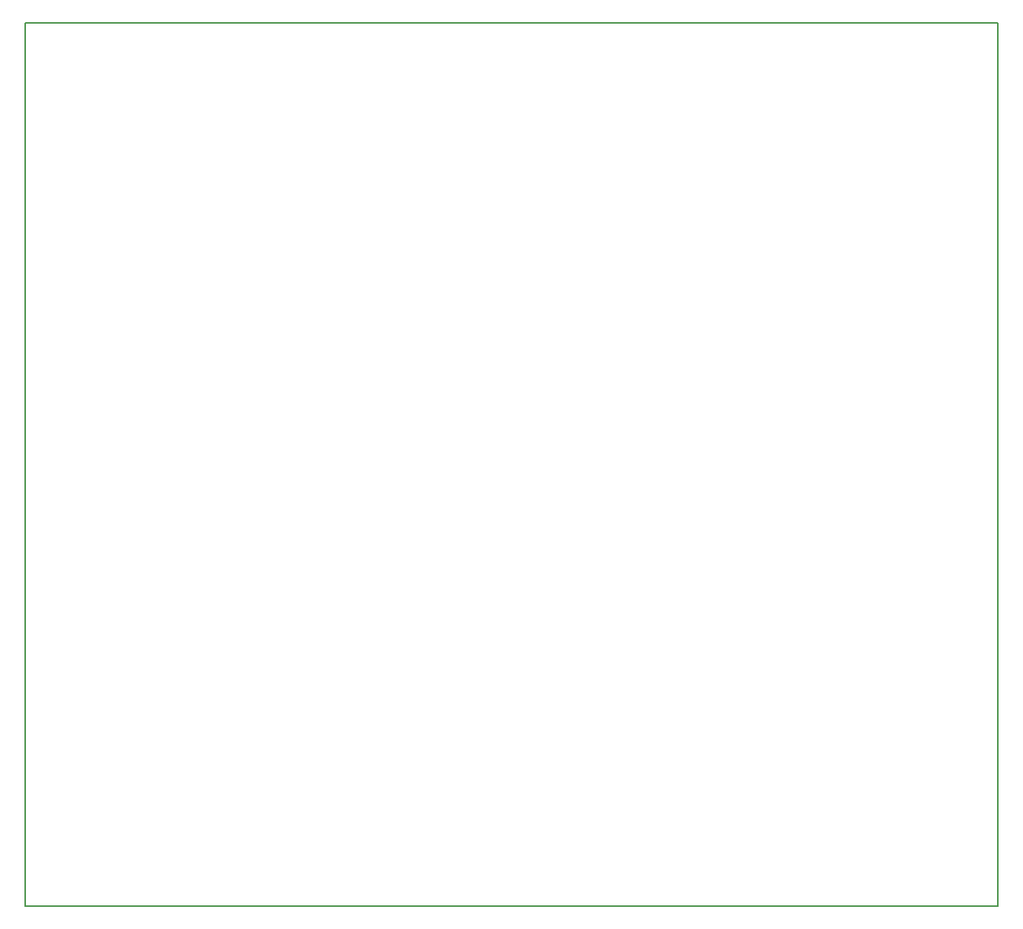
<source format=gbr>
G04 #@! TF.GenerationSoftware,KiCad,Pcbnew,(5.0.2)-1*
G04 #@! TF.CreationDate,2020-03-01T15:29:14+01:00*
G04 #@! TF.ProjectId,Ampli,416d706c-692e-46b6-9963-61645f706362,rev?*
G04 #@! TF.SameCoordinates,Original*
G04 #@! TF.FileFunction,Profile,NP*
%FSLAX46Y46*%
G04 Gerber Fmt 4.6, Leading zero omitted, Abs format (unit mm)*
G04 Created by KiCad (PCBNEW (5.0.2)-1) date 01/03/2020 15:29:14*
%MOMM*%
%LPD*%
G01*
G04 APERTURE LIST*
%ADD10C,0.150000*%
G04 APERTURE END LIST*
D10*
X33000000Y-123000000D02*
X33000000Y-25000000D01*
X141000000Y-123000000D02*
X33000000Y-123000000D01*
X141000000Y-25000000D02*
X141000000Y-123000000D01*
X33000000Y-25000000D02*
X141000000Y-25000000D01*
M02*

</source>
